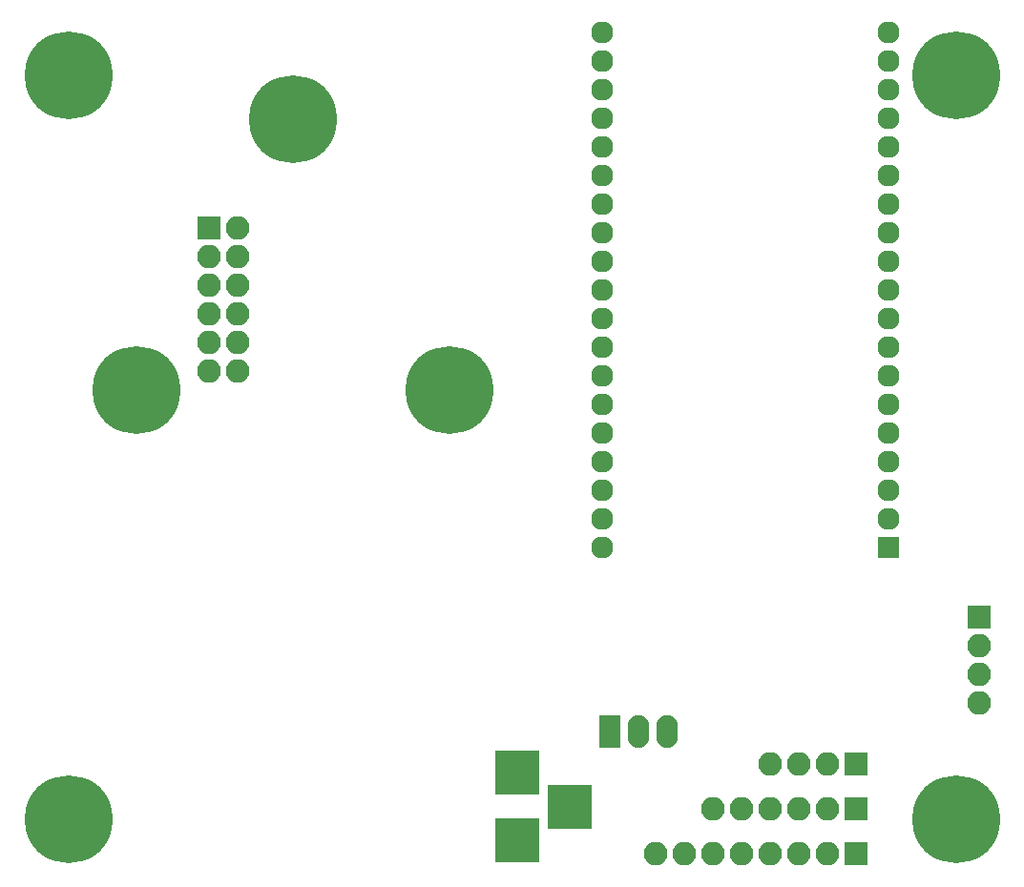
<source format=gbs>
G04 #@! TF.GenerationSoftware,KiCad,Pcbnew,(5.0.0)*
G04 #@! TF.CreationDate,2019-02-03T17:05:02-08:00*
G04 #@! TF.ProjectId,mlab100_Base_Panel_1.5,6D6C61623130305F426173655F50616E,rev?*
G04 #@! TF.SameCoordinates,Original*
G04 #@! TF.FileFunction,Soldermask,Bot*
G04 #@! TF.FilePolarity,Negative*
%FSLAX46Y46*%
G04 Gerber Fmt 4.6, Leading zero omitted, Abs format (unit mm)*
G04 Created by KiCad (PCBNEW (5.0.0)) date 02/03/19 17:05:02*
%MOMM*%
%LPD*%
G01*
G04 APERTURE LIST*
%ADD10R,1.960000X1.960000*%
%ADD11C,1.960000*%
%ADD12R,1.900000X2.900000*%
%ADD13O,1.900000X2.900000*%
%ADD14R,2.100000X2.100000*%
%ADD15O,2.100000X2.100000*%
%ADD16C,7.800000*%
%ADD17R,3.900000X3.900000*%
G04 APERTURE END LIST*
D10*
G04 #@! TO.C,U1*
X77860000Y-46970000D03*
D11*
X77860000Y-44430000D03*
X77860000Y-1250000D03*
X77860000Y-41890000D03*
X77860000Y-39350000D03*
X77860000Y-36810000D03*
X77860000Y-34270000D03*
X77860000Y-31730000D03*
X77860000Y-29190000D03*
X77860000Y-26650000D03*
X77860000Y-24110000D03*
X77860000Y-21570000D03*
X77860000Y-19030000D03*
X77860000Y-16490000D03*
X77860000Y-13950000D03*
X77860000Y-11410000D03*
X77860000Y-8870000D03*
X77860000Y-6330000D03*
X77860000Y-3790000D03*
X52460000Y-46970000D03*
X52460000Y-44430000D03*
X52460000Y-41890000D03*
X52460000Y-39350000D03*
X52460000Y-36810000D03*
X52460000Y-34270000D03*
X52460000Y-31730000D03*
X52460000Y-29190000D03*
X52460000Y-26650000D03*
X52460000Y-24110000D03*
X52460000Y-21570000D03*
X52460000Y-19030000D03*
X52460000Y-16490000D03*
X52460000Y-13950000D03*
X52460000Y-11410000D03*
X52460000Y-8870000D03*
X52460000Y-6330000D03*
X52460000Y-3790000D03*
X52460000Y-1250000D03*
G04 #@! TD*
D12*
G04 #@! TO.C,U2*
X53100000Y-63300000D03*
D13*
X55640000Y-63300000D03*
X58180000Y-63300000D03*
G04 #@! TD*
D14*
G04 #@! TO.C,J1*
X85900000Y-53200000D03*
D15*
X85900000Y-55740000D03*
X85900000Y-58280000D03*
X85900000Y-60820000D03*
G04 #@! TD*
D14*
G04 #@! TO.C,J5*
X75000000Y-74200000D03*
D15*
X72460000Y-74200000D03*
X69920000Y-74200000D03*
X67380000Y-74200000D03*
X64840000Y-74200000D03*
X62300000Y-74200000D03*
X59760000Y-74200000D03*
X57220000Y-74200000D03*
G04 #@! TD*
D14*
G04 #@! TO.C,J7*
X75000000Y-66200000D03*
D15*
X72460000Y-66200000D03*
X69920000Y-66200000D03*
X67380000Y-66200000D03*
G04 #@! TD*
G04 #@! TO.C,J2*
X20100000Y-31350000D03*
X17560000Y-31350000D03*
X20100000Y-28810000D03*
X17560000Y-28810000D03*
X20100000Y-26270000D03*
X17560000Y-26270000D03*
X20100000Y-23730000D03*
X17560000Y-23730000D03*
X20100000Y-21190000D03*
X17560000Y-21190000D03*
X20100000Y-18650000D03*
D14*
X17560000Y-18650000D03*
G04 #@! TD*
G04 #@! TO.C,J6*
X75000000Y-70200000D03*
D15*
X72460000Y-70200000D03*
X69920000Y-70200000D03*
X67380000Y-70200000D03*
X64840000Y-70200000D03*
X62300000Y-70200000D03*
G04 #@! TD*
D16*
G04 #@! TO.C,MH1*
X5080000Y-5080000D03*
G04 #@! TD*
G04 #@! TO.C,MH2*
X5080000Y-71120000D03*
G04 #@! TD*
G04 #@! TO.C,MH3*
X83820000Y-71120000D03*
G04 #@! TD*
G04 #@! TO.C,MH4*
X83820000Y-5080000D03*
G04 #@! TD*
G04 #@! TO.C,MH5*
X38856400Y-33000000D03*
G04 #@! TD*
G04 #@! TO.C,MH6*
X11143600Y-33000000D03*
G04 #@! TD*
G04 #@! TO.C,MH7*
X25000000Y-9000000D03*
G04 #@! TD*
D17*
G04 #@! TO.C,J4*
X49600000Y-70000000D03*
X44900000Y-73000000D03*
X44900000Y-67000000D03*
G04 #@! TD*
M02*

</source>
